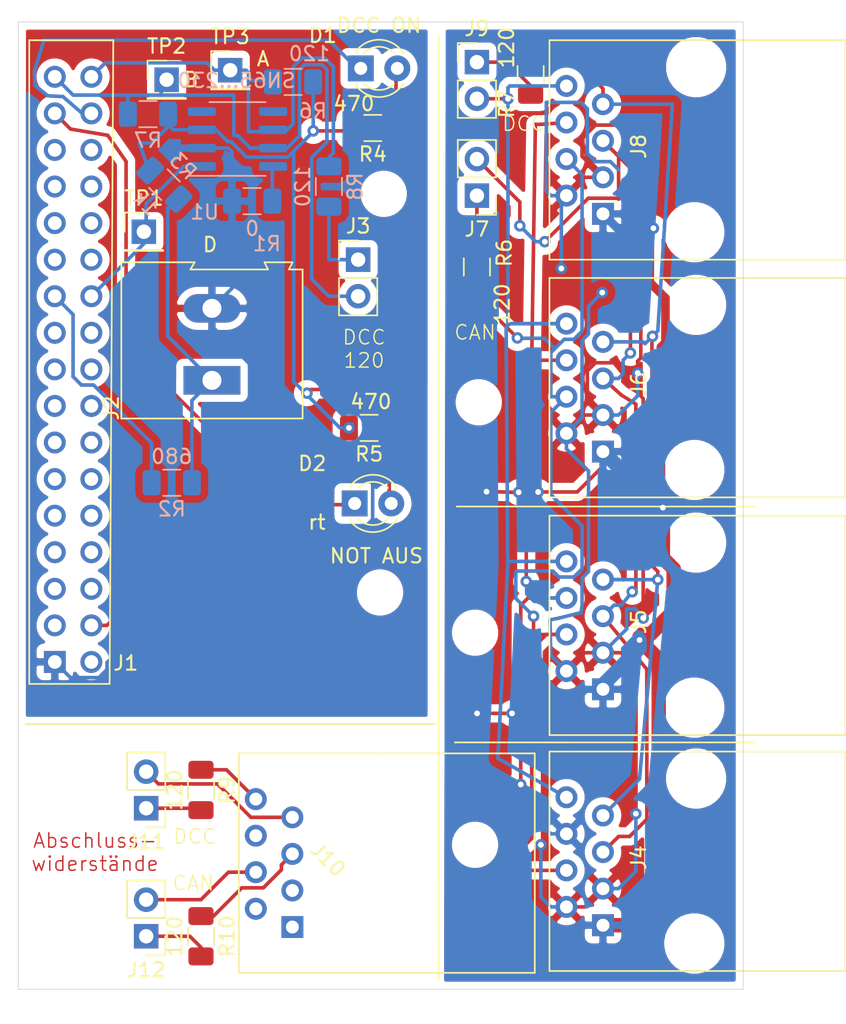
<source format=kicad_pcb>
(kicad_pcb (version 20171130) (host pcbnew 5.1.5+dfsg1-2build2)
  (layers (0 F.Cu signal) (31 B.Cu signal) (34 B.Paste user) (35 F.Paste user) (36 B.SilkS user) (37 F.SilkS user) (38 B.Mask user) (39 F.Mask user) (44 Edge.Cuts user))
  (net 0 "")
  (net 1 "Net-(D1-Pad2)")
  (net 2 PD6)
  (net 3 "Net-(D2-Pad2)")
  (net 4 PD7)
  (net 5 DCC_B)
  (net 6 "Net-(J1-Pad30)")
  (net 7 "Net-(J1-Pad28)")
  (net 8 "Net-(J1-Pad26)")
  (net 9 "Net-(J1-Pad24)")
  (net 10 Notaus)
  (net 11 DCC_A)
  (net 12 "Net-(J1-Pad29)")
  (net 13 "Net-(J1-Pad27)")
  (net 14 "Net-(J1-Pad25)")
  (net 15 "Net-(J1-Pad23)")
  (net 16 D)
  (net 17 "Net-(J1-Pad20)")
  (net 18 "Net-(J1-Pad19)")
  (net 19 "Net-(J1-Pad18)")
  (net 20 "Net-(J1-Pad17)")
  (net 21 "Net-(J1-Pad16)")
  (net 22 "Net-(J1-Pad15)")
  (net 23 "Net-(J1-Pad14)")
  (net 24 "Net-(J1-Pad13)")
  (net 25 "Net-(J1-Pad12)")
  (net 26 "Net-(J1-Pad11)")
  (net 27 "Net-(J1-Pad10)")
  (net 28 "Net-(J1-Pad9)")
  (net 29 "Net-(J1-Pad8)")
  (net 30 "Net-(J1-Pad7)")
  (net 31 "Net-(J1-Pad6)")
  (net 32 "Net-(J1-Pad5)")
  (net 33 "Net-(J1-Pad4)")
  (net 34 +3V3)
  (net 35 GND)
  (net 36 "Net-(J1-Pad1)")
  (net 37 "Net-(J2-Pad1)")
  (net 38 "Net-(R1-Pad1)")
  (net 39 "Net-(U1-Pad5)")
  (net 40 "Net-(U1-Pad4)")
  (net 41 "Net-(J3-Pad1)")
  (net 42 can_l_x)
  (net 43 can_h_x)
  (net 44 dcc_a_x)
  (net 45 dcc_b_x)
  (net 46 "Net-(J7-Pad1)")
  (net 47 "Net-(J9-Pad1)")
  (net 48 "Net-(J10-Pad1)")
  (net 49 "Net-(J10-Pad2)")
  (net 50 "Net-(J10-Pad3)")
  (net 51 "Net-(J10-Pad4)")
  (net 52 "Net-(J10-Pad5)")
  (net 53 "Net-(J10-Pad7)")
  (net 54 "Net-(J10-Pad6)")
  (net 55 "Net-(J10-Pad8)")
  (net 56 "Net-(J11-Pad1)")
  (net 57 "Net-(J12-Pad1)")
  (net 58 gnd_x)
  (net 59 +7_x)
  (module sboxnet:8p8c-mebp (layer F.Cu) (at 81.28 76.2 90)
    (fp_text reference J5 (at 0.24638 -3.87096 90) (layer F.SilkS))
    (fp_text value 8P8C)
    (pad "" np_thru_hole circle (at 5.75 0.12446 90) (size 3.17 3.17) (drill 3.17) (layers *.Cu *.Mask))
    (pad "" np_thru_hole circle (at -5.715 0 90) (size 3.17 3.17) (drill 3.17) (layers *.Cu *.Mask))
    (pad 1 thru_hole rect (at -4.44 -6.35 90) (size 1.524 1.524) (drill oval 0.9) (layers *.Cu *.Mask) (net 58 gnd_x))
    (pad 2 thru_hole circle (at -3.17 -8.89 90) (size 1.524 1.524) (drill 0.9) (layers *.Cu *.Mask) (net 59 +7_x))
    (pad 3 thru_hole circle (at -1.9 -6.35 90) (size 1.524 1.524) (drill 0.9) (layers *.Cu *.Mask) (net 59 +7_x))
    (pad 4 thru_hole circle (at -0.63 -8.89 90) (size 1.524 1.524) (drill 0.9) (layers *.Cu *.Mask) (net 42 can_l_x))
    (pad 5 thru_hole circle (at 0.64 -6.35 90) (size 1.524 1.524) (drill 0.9) (layers *.Cu *.Mask) (net 43 can_h_x))
    (pad 7 thru_hole circle (at 3.18 -6.35 90) (size 1.524 1.524) (drill 0.9) (layers *.Cu *.Mask) (net 44 dcc_a_x))
    (pad 6 thru_hole circle (at 1.905 -8.89 90) (size 1.524 1.524) (drill 0.9) (layers *.Cu *.Mask) (net 58 gnd_x))
    (pad 8 thru_hole circle (at 4.445 -8.89 90) (size 1.524 1.524) (drill 0.9) (layers *.Cu *.Mask) (net 45 dcc_b_x))
  )
  (module sboxnet:8p8c-mebp (layer F.Cu) (at 81.28 92.583 90)
    (fp_text reference J4 (at 0.24638 -3.87096 90) (layer F.SilkS))
    (fp_text value 8P8C)
    (pad "" np_thru_hole circle (at 5.75 0.12446 90) (size 3.17 3.17) (drill 3.17) (layers *.Cu *.Mask))
    (pad "" np_thru_hole circle (at -5.715 0 90) (size 3.17 3.17) (drill 3.17) (layers *.Cu *.Mask))
    (pad 1 thru_hole rect (at -4.44 -6.35 90) (size 1.524 1.524) (drill oval 0.9) (layers *.Cu *.Mask) (net 58 gnd_x))
    (pad 2 thru_hole circle (at -3.17 -8.89 90) (size 1.524 1.524) (drill 0.9) (layers *.Cu *.Mask) (net 59 +7_x))
    (pad 3 thru_hole circle (at -1.9 -6.35 90) (size 1.524 1.524) (drill 0.9) (layers *.Cu *.Mask) (net 59 +7_x))
    (pad 4 thru_hole circle (at -0.63 -8.89 90) (size 1.524 1.524) (drill 0.9) (layers *.Cu *.Mask) (net 42 can_l_x))
    (pad 5 thru_hole circle (at 0.64 -6.35 90) (size 1.524 1.524) (drill 0.9) (layers *.Cu *.Mask) (net 43 can_h_x))
    (pad 7 thru_hole circle (at 3.18 -6.35 90) (size 1.524 1.524) (drill 0.9) (layers *.Cu *.Mask) (net 44 dcc_a_x))
    (pad 6 thru_hole circle (at 1.905 -8.89 90) (size 1.524 1.524) (drill 0.9) (layers *.Cu *.Mask) (net 58 gnd_x))
    (pad 8 thru_hole circle (at 4.445 -8.89 90) (size 1.524 1.524) (drill 0.9) (layers *.Cu *.Mask) (net 45 dcc_b_x))
  )
  (module LED_THT:LED_D3.0mm (layer F.Cu) (at 58.09488 37.5158)
    (fp_text reference D1 (at -2.6416 -2.29108) (layer F.SilkS))
    (fp_text value gn)
    (pad 2 thru_hole circle (at 2.54 0) (size 1.8 1.8) (drill 0.9) (layers *.Cu *.Mask) (net 1 "Net-(D1-Pad2)"))
    (pad 1 thru_hole rect (at 0 0) (size 1.8 1.8) (drill 0.9) (layers *.Cu *.Mask) (net 2 PD6))
  )
  (module LED_THT:LED_D3.0mm (layer F.Cu) (at 57.67324 67.73164)
    (fp_text reference D2 (at -2.95148 -2.77368) (layer F.SilkS))
    (fp_text value rt (at -2.62636 1.30556) (layer F.SilkS))
    (pad 2 thru_hole circle (at 2.54 0) (size 1.8 1.8) (drill 0.9) (layers *.Cu *.Mask) (net 3 "Net-(D2-Pad2)"))
    (pad 1 thru_hole rect (at 0 0) (size 1.8 1.8) (drill 0.9) (layers *.Cu *.Mask) (net 4 PD7))
  )
  (module sboxnet:8p8c-mebp (layer F.Cu) (at 81.28 59.69 90)
    (fp_text reference J6 (at 0.24638 -3.87096 90) (layer F.SilkS))
    (fp_text value 8P8C)
    (pad "" np_thru_hole circle (at 5.75 0.12446 90) (size 3.17 3.17) (drill 3.17) (layers *.Cu *.Mask))
    (pad "" np_thru_hole circle (at -5.715 0 90) (size 3.17 3.17) (drill 3.17) (layers *.Cu *.Mask))
    (pad 1 thru_hole rect (at -4.44 -6.35 90) (size 1.524 1.524) (drill oval 0.9) (layers *.Cu *.Mask) (net 58 gnd_x))
    (pad 2 thru_hole circle (at -3.17 -8.89 90) (size 1.524 1.524) (drill 0.9) (layers *.Cu *.Mask) (net 59 +7_x))
    (pad 3 thru_hole circle (at -1.9 -6.35 90) (size 1.524 1.524) (drill 0.9) (layers *.Cu *.Mask) (net 59 +7_x))
    (pad 4 thru_hole circle (at -0.63 -8.89 90) (size 1.524 1.524) (drill 0.9) (layers *.Cu *.Mask) (net 42 can_l_x))
    (pad 5 thru_hole circle (at 0.64 -6.35 90) (size 1.524 1.524) (drill 0.9) (layers *.Cu *.Mask) (net 43 can_h_x))
    (pad 7 thru_hole circle (at 3.18 -6.35 90) (size 1.524 1.524) (drill 0.9) (layers *.Cu *.Mask) (net 44 dcc_a_x))
    (pad 6 thru_hole circle (at 1.905 -8.89 90) (size 1.524 1.524) (drill 0.9) (layers *.Cu *.Mask) (net 58 gnd_x))
    (pad 8 thru_hole circle (at 4.445 -8.89 90) (size 1.524 1.524) (drill 0.9) (layers *.Cu *.Mask) (net 45 dcc_b_x))
  )
  (module MountingHole:MountingHole_2.2mm_M2 (layer F.Cu) (at 37.846 97.536)
    (fp_text reference REF** hide)
    (fp_text value MountingHole_2.2mm_M2 hide)
    (pad 1 np_thru_hole circle (at 0 0) (size 2.2 2.2) (drill 2.2) (layers *.Cu *.Mask))
  )
  (module MountingHole:MountingHole_2.2mm_M2 (layer F.Cu) (at 37.846 86.868)
    (fp_text reference REF** hide)
    (fp_text value MountingHole_2.2mm_M2 hide)
    (pad 1 np_thru_hole circle (at 0 0) (size 2.2 2.2) (drill 2.2) (layers *.Cu *.Mask))
  )
  (module Resistor_SMD:R_1206_3216Metric (layer F.Cu) (at 46.99 97.79 270)
    (fp_text reference R10 (at 0 -1.82 90) (layer F.SilkS))
    (fp_text value 120 (at 0 1.82 90) (layer F.SilkS))
    (pad 2 smd roundrect (at 1.4 0 270) (size 1.25 1.75) (layers F.Cu F.Paste F.Mask) (roundrect_rratio 0.2) (net 57 "Net-(J12-Pad1)"))
    (pad 1 smd roundrect (at -1.4 0 270) (size 1.25 1.75) (layers F.Cu F.Paste F.Mask) (roundrect_rratio 0.2) (net 52 "Net-(J10-Pad5)"))
  )
  (module Resistor_SMD:R_1206_3216Metric (layer F.Cu) (at 46.99 87.63 270)
    (fp_text reference R9 (at 0 -1.82 90) (layer F.SilkS))
    (fp_text value 120 (at 0 1.82 90) (layer F.SilkS))
    (pad 2 smd roundrect (at 1.4 0 270) (size 1.25 1.75) (layers F.Cu F.Paste F.Mask) (roundrect_rratio 0.2) (net 56 "Net-(J11-Pad1)"))
    (pad 1 smd roundrect (at -1.4 0 270) (size 1.25 1.75) (layers F.Cu F.Paste F.Mask) (roundrect_rratio 0.2) (net 55 "Net-(J10-Pad8)"))
  )
  (module Connector_PinHeader_2.54mm:PinHeader_1x02_P2.54mm_Vertical (layer F.Cu) (at 43.18 97.79 180)
    (fp_text reference J12 (at 0 -2.33) (layer F.SilkS))
    (fp_text value Conn_01x02 hide)
    (pad 2 thru_hole oval (at 0 2.54 180) (size 1.7 1.7) (drill 1) (layers *.Cu *.Mask) (net 51 "Net-(J10-Pad4)"))
    (pad 1 thru_hole rect (at 0 0 180) (size 1.7 1.7) (drill 1) (layers *.Cu *.Mask) (net 57 "Net-(J12-Pad1)"))
  )
  (module Connector_PinHeader_2.54mm:PinHeader_1x02_P2.54mm_Vertical (layer F.Cu) (at 43.18 88.9 180)
    (fp_text reference J11 (at 0 -2.33) (layer F.SilkS))
    (fp_text value Conn_01x02 hide)
    (pad 2 thru_hole oval (at 0 2.54 180) (size 1.7 1.7) (drill 1) (layers *.Cu *.Mask) (net 53 "Net-(J10-Pad7)"))
    (pad 1 thru_hole rect (at 0 0 180) (size 1.7 1.7) (drill 1) (layers *.Cu *.Mask) (net 56 "Net-(J11-Pad1)"))
  )
  (module sboxnet:8p8c-mebp (layer F.Cu) (at 59.69 92.71 90)
    (fp_text reference J10 (at 0.24638 -3.87096 135) (layer F.SilkS))
    (fp_text value 8P8C)
    (pad "" np_thru_hole circle (at 5.75 0.12446 90) (size 3.17 3.17) (drill 3.17) (layers *.Cu *.Mask))
    (pad "" np_thru_hole circle (at -5.715 0 90) (size 3.17 3.17) (drill 3.17) (layers *.Cu *.Mask))
    (pad 1 thru_hole rect (at -4.44 -6.35 90) (size 1.524 1.524) (drill oval 0.9) (layers *.Cu *.Mask) (net 48 "Net-(J10-Pad1)"))
    (pad 2 thru_hole circle (at -3.17 -8.89 90) (size 1.524 1.524) (drill 0.9) (layers *.Cu *.Mask) (net 49 "Net-(J10-Pad2)"))
    (pad 3 thru_hole circle (at -1.9 -6.35 90) (size 1.524 1.524) (drill 0.9) (layers *.Cu *.Mask) (net 50 "Net-(J10-Pad3)"))
    (pad 4 thru_hole circle (at -0.63 -8.89 90) (size 1.524 1.524) (drill 0.9) (layers *.Cu *.Mask) (net 51 "Net-(J10-Pad4)"))
    (pad 5 thru_hole circle (at 0.64 -6.35 90) (size 1.524 1.524) (drill 0.9) (layers *.Cu *.Mask) (net 52 "Net-(J10-Pad5)"))
    (pad 7 thru_hole circle (at 3.18 -6.35 90) (size 1.524 1.524) (drill 0.9) (layers *.Cu *.Mask) (net 53 "Net-(J10-Pad7)"))
    (pad 6 thru_hole circle (at 1.905 -8.89 90) (size 1.524 1.524) (drill 0.9) (layers *.Cu *.Mask) (net 54 "Net-(J10-Pad6)"))
    (pad 8 thru_hole circle (at 4.445 -8.89 90) (size 1.524 1.524) (drill 0.9) (layers *.Cu *.Mask) (net 55 "Net-(J10-Pad8)"))
  )
  (module MountingHole:MountingHole_2.2mm_M2 (layer F.Cu) (at 66.04 91.44)
    (fp_text reference REF** hide)
    (fp_text value MountingHole_2.2mm_M2 hide)
    (pad 1 np_thru_hole circle (at 0 0) (size 2.2 2.2) (drill 2.2) (layers *.Cu *.Mask))
  )
  (module MountingHole:MountingHole_2.2mm_M2 (layer F.Cu) (at 66.04 76.708)
    (fp_text reference REF** hide)
    (fp_text value MountingHole_2.2mm_M2 hide)
    (pad 1 np_thru_hole circle (at 0 0) (size 2.2 2.2) (drill 2.2) (layers *.Cu *.Mask))
  )
  (module MountingHole:MountingHole_2.2mm_M2 (layer F.Cu) (at 66.294 60.706)
    (fp_text reference REF** hide)
    (fp_text value MountingHole_2.2mm_M2 hide)
    (pad 1 np_thru_hole circle (at 0 0) (size 2.2 2.2) (drill 2.2) (layers *.Cu *.Mask))
  )
  (module MountingHole:MountingHole_2.2mm_M2 (layer F.Cu) (at 59.436 73.914)
    (fp_text reference REF** hide)
    (fp_text value MountingHole_2.2mm_M2 hide)
    (pad 1 np_thru_hole circle (at 0 0) (size 2.2 2.2) (drill 2.2) (layers *.Cu *.Mask))
  )
  (module MountingHole:MountingHole_2.2mm_M2 (layer F.Cu) (at 59.69 46.228)
    (fp_text reference REF** hide)
    (fp_text value MountingHole_2.2mm_M2 hide)
    (pad 1 np_thru_hole circle (at 0 0) (size 2.2 2.2) (drill 2.2) (layers *.Cu *.Mask))
  )
  (module Resistor_SMD:R_1206_3216Metric (layer F.Cu) (at 69.9008 37.9476 90)
    (fp_text reference "R7  120" (at 0.13716 -1.66624 90) (layer F.SilkS))
    (fp_text value 120)
    (pad 2 smd roundrect (at 1.4 0 90) (size 1.25 1.75) (layers F.Cu F.Paste F.Mask) (roundrect_rratio 0.2) (net 44 dcc_a_x))
    (pad 1 smd roundrect (at -1.4 0 90) (size 1.25 1.75) (layers F.Cu F.Paste F.Mask) (roundrect_rratio 0.2) (net 47 "Net-(J9-Pad1)"))
  )
  (module Connector_PinHeader_2.54mm:PinHeader_1x02_P2.54mm_Vertical (layer F.Cu) (at 66.167 37.084)
    (fp_text reference J9 (at 0 -2.33) (layer F.SilkS))
    (fp_text value Conn_01x02 hide)
    (pad 2 thru_hole oval (at 0 2.54) (size 1.7 1.7) (drill 1) (layers *.Cu *.Mask) (net 45 dcc_b_x))
    (pad 1 thru_hole rect (at 0 0) (size 1.7 1.7) (drill 1) (layers *.Cu *.Mask) (net 47 "Net-(J9-Pad1)"))
  )
  (module Resistor_SMD:R_1206_3216Metric (layer B.Cu) (at 55.88 45.72 90)
    (fp_text reference R8 (at 0 1.82 270) (layer B.SilkS) (effects (justify mirror)))
    (fp_text value 120 (at 0 -1.82 270) (layer B.SilkS) (effects (justify mirror)))
    (pad 2 smd roundrect (at 1.4 0 90) (size 1.25 1.75) (layers B.Cu B.Paste B.Mask) (roundrect_rratio 0.2) (net 11 DCC_A))
    (pad 1 smd roundrect (at -1.4 0 90) (size 1.25 1.75) (layers B.Cu B.Paste B.Mask) (roundrect_rratio 0.2) (net 41 "Net-(J3-Pad1)"))
  )
  (module Resistor_SMD:R_1206_3216Metric (layer F.Cu) (at 66.167 51.308 270)
    (fp_text reference R6 (at -0.97536 -1.905 90) (layer F.SilkS))
    (fp_text value 120 (at 2.57048 -1.76276 90) (layer F.SilkS))
    (pad 2 smd roundrect (at 1.4 0 270) (size 1.25 1.75) (layers F.Cu F.Paste F.Mask) (roundrect_rratio 0.2) (net 42 can_l_x))
    (pad 1 smd roundrect (at -1.4 0 270) (size 1.25 1.75) (layers F.Cu F.Paste F.Mask) (roundrect_rratio 0.2) (net 46 "Net-(J7-Pad1)"))
  )
  (module sboxnet:8p8c-mebp (layer F.Cu) (at 81.28 43.18 90)
    (fp_text reference J8 (at 0.24638 -3.87096 90) (layer F.SilkS))
    (fp_text value 8P8C)
    (pad "" np_thru_hole circle (at 5.75 0.12446 90) (size 3.17 3.17) (drill 3.17) (layers *.Cu *.Mask))
    (pad "" np_thru_hole circle (at -5.715 0 90) (size 3.17 3.17) (drill 3.17) (layers *.Cu *.Mask))
    (pad 1 thru_hole rect (at -4.44 -6.35 90) (size 1.524 1.524) (drill oval 0.9) (layers *.Cu *.Mask) (net 58 gnd_x))
    (pad 2 thru_hole circle (at -3.17 -8.89 90) (size 1.524 1.524) (drill 0.9) (layers *.Cu *.Mask) (net 59 +7_x))
    (pad 3 thru_hole circle (at -1.9 -6.35 90) (size 1.524 1.524) (drill 0.9) (layers *.Cu *.Mask) (net 59 +7_x))
    (pad 4 thru_hole circle (at -0.63 -8.89 90) (size 1.524 1.524) (drill 0.9) (layers *.Cu *.Mask) (net 42 can_l_x))
    (pad 5 thru_hole circle (at 0.64 -6.35 90) (size 1.524 1.524) (drill 0.9) (layers *.Cu *.Mask) (net 43 can_h_x))
    (pad 7 thru_hole circle (at 3.18 -6.35 90) (size 1.524 1.524) (drill 0.9) (layers *.Cu *.Mask) (net 44 dcc_a_x))
    (pad 6 thru_hole circle (at 1.905 -8.89 90) (size 1.524 1.524) (drill 0.9) (layers *.Cu *.Mask) (net 58 gnd_x))
    (pad 8 thru_hole circle (at 4.445 -8.89 90) (size 1.524 1.524) (drill 0.9) (layers *.Cu *.Mask) (net 45 dcc_b_x))
  )
  (module Connector_PinHeader_2.54mm:PinHeader_1x02_P2.54mm_Vertical (layer F.Cu) (at 66.167 46.355 180)
    (fp_text reference J7 (at 0 -2.33) (layer F.SilkS))
    (fp_text value Conn_01x02 hide)
    (pad 2 thru_hole oval (at 0 2.54 180) (size 1.7 1.7) (drill 1) (layers *.Cu *.Mask) (net 43 can_h_x))
    (pad 1 thru_hole rect (at 0 0 180) (size 1.7 1.7) (drill 1) (layers *.Cu *.Mask) (net 46 "Net-(J7-Pad1)"))
  )
  (module Connector_PinHeader_2.54mm:PinHeader_1x02_P2.54mm_Vertical (layer F.Cu) (at 57.912 50.8)
    (fp_text reference J3 (at 0 -2.33) (layer F.SilkS))
    (fp_text value Conn_01x02)
    (pad 2 thru_hole oval (at 0 2.54) (size 1.7 1.7) (drill 1) (layers *.Cu *.Mask) (net 5 DCC_B))
    (pad 1 thru_hole rect (at 0 0) (size 1.7 1.7) (drill 1) (layers *.Cu *.Mask) (net 41 "Net-(J3-Pad1)"))
  )
  (module sboxnet:sboxnet-stecker-2x17 (layer F.Cu) (at 39.37 81.28 180)
    (fp_text reference J1 (at -2.39 2.46) (layer F.SilkS))
    (fp_text value sboxnet-stecker_02x17 hide)
    (pad 34 thru_hole circle (at 2.54 43.18 180) (size 1.524 1.524) (drill 0.95) (layers *.Cu *.Mask) (net 5 DCC_B))
    (pad 32 thru_hole circle (at 2.54 40.64 180) (size 1.524 1.524) (drill 0.95) (layers *.Cu *.Mask) (net 4 PD7))
    (pad 30 thru_hole circle (at 2.54 38.1 180) (size 1.524 1.524) (drill 0.95) (layers *.Cu *.Mask) (net 6 "Net-(J1-Pad30)"))
    (pad 28 thru_hole circle (at 2.54 35.56 180) (size 1.524 1.524) (drill 0.95) (layers *.Cu *.Mask) (net 7 "Net-(J1-Pad28)"))
    (pad 26 thru_hole circle (at 2.54 33.02 180) (size 1.524 1.524) (drill 0.95) (layers *.Cu *.Mask) (net 8 "Net-(J1-Pad26)"))
    (pad 24 thru_hole circle (at 2.54 30.48 180) (size 1.524 1.524) (drill 0.95) (layers *.Cu *.Mask) (net 9 "Net-(J1-Pad24)"))
    (pad 22 thru_hole circle (at 2.54 27.94 180) (size 1.524 1.524) (drill 0.95) (layers *.Cu *.Mask) (net 10 Notaus))
    (pad 33 thru_hole circle (at 0 43.18 180) (size 1.524 1.524) (drill 0.95) (layers *.Cu *.Mask) (net 11 DCC_A))
    (pad 31 thru_hole circle (at 0 40.64 180) (size 1.524 1.524) (drill 0.95) (layers *.Cu *.Mask) (net 2 PD6))
    (pad 29 thru_hole circle (at 0 38.1 180) (size 1.524 1.524) (drill 0.95) (layers *.Cu *.Mask) (net 12 "Net-(J1-Pad29)"))
    (pad 27 thru_hole circle (at 0 35.56 180) (size 1.524 1.524) (drill 0.95) (layers *.Cu *.Mask) (net 13 "Net-(J1-Pad27)"))
    (pad 25 thru_hole circle (at 0 33.02 180) (size 1.524 1.524) (drill 0.95) (layers *.Cu *.Mask) (net 14 "Net-(J1-Pad25)"))
    (pad 23 thru_hole circle (at 0 30.48 180) (size 1.524 1.524) (drill 0.95) (layers *.Cu *.Mask) (net 15 "Net-(J1-Pad23)"))
    (pad 21 thru_hole circle (at 0 27.94 180) (size 1.524 1.524) (drill 0.95) (layers *.Cu *.Mask) (net 16 D))
    (pad 20 thru_hole circle (at 2.54 25.4 180) (size 1.524 1.524) (drill 0.95) (layers *.Cu *.Mask) (net 17 "Net-(J1-Pad20)"))
    (pad 19 thru_hole circle (at 0 25.4 180) (size 1.524 1.524) (drill 0.95) (layers *.Cu *.Mask) (net 18 "Net-(J1-Pad19)"))
    (pad 18 thru_hole circle (at 2.54 22.86 180) (size 1.524 1.524) (drill 0.95) (layers *.Cu *.Mask) (net 19 "Net-(J1-Pad18)"))
    (pad 17 thru_hole circle (at 0 22.86 180) (size 1.524 1.524) (drill 0.95) (layers *.Cu *.Mask) (net 20 "Net-(J1-Pad17)"))
    (pad 16 thru_hole circle (at 2.54 20.32 180) (size 1.524 1.524) (drill 0.95) (layers *.Cu *.Mask) (net 21 "Net-(J1-Pad16)"))
    (pad 15 thru_hole circle (at 0 20.32 180) (size 1.524 1.524) (drill 0.95) (layers *.Cu *.Mask) (net 22 "Net-(J1-Pad15)"))
    (pad 14 thru_hole circle (at 2.54 17.78 180) (size 1.524 1.524) (drill 0.95) (layers *.Cu *.Mask) (net 23 "Net-(J1-Pad14)"))
    (pad 13 thru_hole circle (at 0 17.78 180) (size 1.524 1.524) (drill 0.95) (layers *.Cu *.Mask) (net 24 "Net-(J1-Pad13)"))
    (pad 12 thru_hole circle (at 2.54 15.24 180) (size 1.524 1.524) (drill 0.95) (layers *.Cu *.Mask) (net 25 "Net-(J1-Pad12)"))
    (pad 11 thru_hole circle (at 0 15.24 180) (size 1.524 1.524) (drill 0.95) (layers *.Cu *.Mask) (net 26 "Net-(J1-Pad11)"))
    (pad 10 thru_hole circle (at 2.54 12.7 180) (size 1.524 1.524) (drill 0.95) (layers *.Cu *.Mask) (net 27 "Net-(J1-Pad10)"))
    (pad 9 thru_hole circle (at 0 12.7 180) (size 1.524 1.524) (drill 0.95) (layers *.Cu *.Mask) (net 28 "Net-(J1-Pad9)"))
    (pad 8 thru_hole circle (at 2.54 10.16 180) (size 1.524 1.524) (drill 0.95) (layers *.Cu *.Mask) (net 29 "Net-(J1-Pad8)"))
    (pad 7 thru_hole circle (at 0 10.16 180) (size 1.524 1.524) (drill 0.95) (layers *.Cu *.Mask) (net 30 "Net-(J1-Pad7)"))
    (pad 6 thru_hole circle (at 2.54 7.62 180) (size 1.524 1.524) (drill 0.95) (layers *.Cu *.Mask) (net 31 "Net-(J1-Pad6)"))
    (pad 5 thru_hole circle (at 0 7.62 180) (size 1.524 1.524) (drill 0.95) (layers *.Cu *.Mask) (net 32 "Net-(J1-Pad5)"))
    (pad 4 thru_hole circle (at 2.54 5.08 180) (size 1.524 1.524) (drill 0.95) (layers *.Cu *.Mask) (net 33 "Net-(J1-Pad4)"))
    (pad 3 thru_hole circle (at 0 5.08 180) (size 1.524 1.524) (drill 0.95) (layers *.Cu *.Mask) (net 34 +3V3))
    (pad 2 thru_hole rect (at 2.54 2.54 180) (size 1.524 1.524) (drill 0.95) (layers *.Cu *.Mask) (net 35 GND))
    (pad 1 thru_hole circle (at 0 2.54 180) (size 1.524 1.524) (drill 0.95) (layers *.Cu *.Mask) (net 36 "Net-(J1-Pad1)"))
  )
  (module Connector_PinHeader_2.54mm:PinHeader_1x01_P2.54mm_Vertical (layer F.Cu) (at 49.022 37.6428)
    (fp_text reference TP3 (at 0 -2.33) (layer F.SilkS))
    (fp_text value TestPoint)
    (pad 1 thru_hole rect (at 0 0) (size 1.7 1.7) (drill 1) (layers *.Cu *.Mask) (net 11 DCC_A))
  )
  (module Connector_PinHeader_2.54mm:PinHeader_1x01_P2.54mm_Vertical (layer F.Cu) (at 44.6024 38.3032)
    (fp_text reference TP2 (at 0 -2.33) (layer F.SilkS))
    (fp_text value TestPoint)
    (pad 1 thru_hole rect (at 0 0) (size 1.7 1.7) (drill 1) (layers *.Cu *.Mask) (net 5 DCC_B))
  )
  (module Connector_PinHeader_2.54mm:PinHeader_1x01_P2.54mm_Vertical (layer F.Cu) (at 43.02 48.86)
    (fp_text reference TP1 (at 0 -2.33) (layer F.SilkS))
    (fp_text value TestPoint)
    (pad 1 thru_hole rect (at 0 0) (size 1.7 1.7) (drill 1) (layers *.Cu *.Mask) (net 16 D))
  )
  (module Resistor_SMD:R_1206_3216Metric (layer B.Cu) (at 43.304 40.6908)
    (fp_text reference R7 (at 0 1.82) (layer B.SilkS) (effects (justify mirror)))
    (fp_text value 120)
    (pad 2 smd roundrect (at 1.4 0) (size 1.25 1.75) (layers B.Cu B.Paste B.Mask) (roundrect_rratio 0.2) (net 34 +3V3))
    (pad 1 smd roundrect (at -1.4 0) (size 1.25 1.75) (layers B.Cu B.Paste B.Mask) (roundrect_rratio 0.2) (net 5 DCC_B))
  )
  (module Resistor_SMD:R_1206_3216Metric (layer B.Cu) (at 53.3908 38.4556)
    (fp_text reference R6 (at 1.37668 2.01168) (layer B.SilkS) (effects (justify mirror)))
    (fp_text value 120 (at 1.12776 -1.9558) (layer B.SilkS) (effects (justify mirror)))
    (pad 1 smd roundrect (at -1.4 0) (size 1.25 1.75) (layers B.Cu B.Paste B.Mask) (roundrect_rratio 0.2) (net 11 DCC_A))
    (pad 2 smd roundrect (at 1.4 0) (size 1.25 1.75) (layers B.Cu B.Paste B.Mask) (roundrect_rratio 0.2) (net 34 +3V3))
  )
  (module Resistor_SMD:R_1206_3216Metric (layer F.Cu) (at 58.928 41.656 180)
    (fp_text reference R4 (at 0 -1.82) (layer F.SilkS))
    (fp_text value 470 (at 1.31064 1.68656) (layer F.SilkS))
    (pad 2 smd roundrect (at 1.4 0 180) (size 1.25 1.75) (layers F.Cu F.Paste F.Mask) (roundrect_rratio 0.2) (net 34 +3V3))
    (pad 1 smd roundrect (at -1.4 0 180) (size 1.25 1.75) (layers F.Cu F.Paste F.Mask) (roundrect_rratio 0.2) (net 1 "Net-(D1-Pad2)"))
  )
  (module Package_SO:SOIC-8_3.9x4.9mm_P1.27mm (layer B.Cu) (at 49.53 42.418)
    (fp_text reference U1 (at -2.286 5.08) (layer B.SilkS) (effects (justify mirror)))
    (fp_text value SN65...230 (at -0.07112 -4.05892) (layer B.SilkS) (effects (justify mirror)))
    (pad 1 smd roundrect (at -2.475 1.905) (size 1.95 0.6) (layers B.Cu B.Paste B.Mask) (net 16 D))
    (pad 2 smd roundrect (at -2.475 0.635) (size 1.95 0.6) (layers B.Cu B.Paste B.Mask) (net 35 GND))
    (pad 3 smd roundrect (at -2.475 -0.635) (size 1.95 0.6) (layers B.Cu B.Paste B.Mask) (net 34 +3V3))
    (pad 4 smd roundrect (at -2.475 -1.905) (size 1.95 0.6) (layers B.Cu B.Paste B.Mask) (net 40 "Net-(U1-Pad4)"))
    (pad 5 smd roundrect (at 2.475 -1.905) (size 1.95 0.6) (layers B.Cu B.Paste B.Mask) (net 39 "Net-(U1-Pad5)"))
    (pad 6 smd roundrect (at 2.475 -0.635) (size 1.95 0.6) (layers B.Cu B.Paste B.Mask) (net 11 DCC_A))
    (pad 7 smd roundrect (at 2.475 0.635) (size 1.95 0.6) (layers B.Cu B.Paste B.Mask) (net 5 DCC_B))
    (pad 8 smd roundrect (at 2.475 1.905) (size 1.95 0.6) (layers B.Cu B.Paste B.Mask) (net 38 "Net-(R1-Pad1)"))
  )
  (module TerminalBlock:TerminalBlock_Altech_AK300-2_P5.00mm (layer F.Cu) (at 47.752 59.182 90)
    (fp_text reference J2 (at -1.92 -6.99 90) (layer F.SilkS))
    (fp_text value Screw_Terminal_01x02 hide)
    (pad 2 thru_hole oval (at 5 0 90) (size 1.98 3.96) (drill 1.32) (layers *.Cu *.Mask) (net 35 GND))
    (pad 1 thru_hole rect (at 0 0 90) (size 1.98 3.96) (drill 1.32) (layers *.Cu *.Mask) (net 37 "Net-(J2-Pad1)"))
  )
  (module Resistor_SMD:R_1206_3216Metric (layer B.Cu) (at 50.546 46.736 180)
    (fp_text reference R1 (at -1.02108 -2.96164) (layer B.SilkS) (effects (justify mirror)))
    (fp_text value 0 (at 0 -1.905) (layer B.SilkS) (effects (justify mirror)))
    (pad 2 smd roundrect (at 1.4 0 180) (size 1.25 1.75) (layers B.Cu B.Paste B.Mask) (roundrect_rratio 0.2) (net 35 GND))
    (pad 1 smd roundrect (at -1.4 0 180) (size 1.25 1.75) (layers B.Cu B.Paste B.Mask) (roundrect_rratio 0.2) (net 38 "Net-(R1-Pad1)"))
  )
  (module Resistor_SMD:R_1206_3216Metric (layer F.Cu) (at 58.674 62.484 180)
    (fp_text reference R5 (at 0 -1.82) (layer F.SilkS))
    (fp_text value 470 (at -0.127 1.82) (layer F.SilkS))
    (pad 2 smd roundrect (at 1.4 0 180) (size 1.25 1.75) (layers F.Cu F.Paste F.Mask) (roundrect_rratio 0.2) (net 34 +3V3))
    (pad 1 smd roundrect (at -1.4 0 180) (size 1.25 1.75) (layers F.Cu F.Paste F.Mask) (roundrect_rratio 0.2) (net 3 "Net-(D2-Pad2)"))
  )
  (module Resistor_SMD:R_1206_3216Metric (layer B.Cu) (at 44.450651 45.593651 135)
    (fp_text reference R3 (at 0 1.82 135) (layer B.SilkS) (effects (justify mirror)))
    (fp_text value 1k (at 0 -1.82 135) (layer B.SilkS) (effects (justify mirror)))
    (pad 2 smd roundrect (at 1.4 0 135) (size 1.25 1.75) (layers B.Cu B.Paste B.Mask) (roundrect_rratio 0.2) (net 34 +3V3))
    (pad 1 smd roundrect (at -1.4 0 135) (size 1.25 1.75) (layers B.Cu B.Paste B.Mask) (roundrect_rratio 0.2) (net 37 "Net-(J2-Pad1)"))
  )
  (module Resistor_SMD:R_1206_3216Metric (layer B.Cu) (at 44.958 66.294)
    (fp_text reference R2 (at 0 1.82) (layer B.SilkS) (effects (justify mirror)))
    (fp_text value 680 (at 0 -1.82) (layer B.SilkS) (effects (justify mirror)))
    (pad 2 smd roundrect (at 1.4 0) (size 1.25 1.75) (layers B.Cu B.Paste B.Mask) (roundrect_rratio 0.2) (net 37 "Net-(J2-Pad1)"))
    (pad 1 smd roundrect (at -1.4 0) (size 1.25 1.75) (layers B.Cu B.Paste B.Mask) (roundrect_rratio 0.2) (net 10 Notaus))
  )
  (gr_text DCC (at 46.5582 90.86596) (layer F.SilkS) (effects (font (size 1 1) (thickness 0.1))))
  (gr_text CAN (at 46.4566 94.10192) (layer F.SilkS) (effects (font (size 1 1) (thickness 0.1))))
  (gr_text DCC (at 69.4182 41.35628) (layer F.SilkS) (effects (font (size 1 1) (thickness 0.1))))
  (gr_text CAN (at 66.04 55.8546) (layer F.SilkS) (effects (font (size 1 1) (thickness 0.1))))
  (gr_text "DCC\n120" (at 58.32348 56.9976) (layer F.SilkS) (effects (font (size 1 1) (thickness 0.1))))
  (gr_line (start 84.67852 101.473) (end 84.6836 100.9904) (layer Edge.Cuts) (width 0.05))
  (gr_line (start 84.1248 101.473) (end 84.67852 101.473) (layer Edge.Cuts) (width 0.05))
  (gr_text "sboxnet\nVerteiler" (at 81.41716 92.79636 90) (layer F.Cu) (effects (font (size 1 1) (thickness 0.1))))
  (gr_line (start 63.5 50.546) (end 63.5 35.306) (layer F.SilkS) (width 0.12))
  (gr_line (start 63.5 83.82) (end 63.5 50.546) (layer F.SilkS) (width 0.12))
  (gr_line (start 63.5 83.82) (end 63.5 100.838) (layer F.SilkS) (width 0.12))
  (gr_line (start 34.798 83.058) (end 63.246 83.058) (layer F.SilkS) (width 0.12))
  (gr_text "Abschluss-\nwiderstände" (at 39.624 91.948) (layer F.Cu) (effects (font (size 1 1) (thickness 0.1))))
  (gr_line (start 71.247 67.945) (end 85.471 67.945) (layer F.SilkS) (width 0.12))
  (gr_line (start 71.247 67.945) (end 64.77 67.945) (layer F.SilkS) (width 0.12))
  (gr_line (start 64.643 84.328) (end 85.471 84.328) (layer F.SilkS) (width 0.12))
  (gr_line (start 72.644 84.328) (end 64.643 84.328) (layer F.SilkS) (width 0.12))
  (gr_line (start 34.29 101.473) (end 34.29 81.28) (layer Edge.Cuts) (width 0.05))
  (gr_line (start 50.292 101.473) (end 34.29 101.473) (layer Edge.Cuts) (width 0.05))
  (gr_line (start 65.278 101.473) (end 50.292 101.473) (layer Edge.Cuts) (width 0.05))
  (gr_line (start 84.1248 101.473) (end 65.278 101.473) (layer Edge.Cuts) (width 0.05))
  (gr_line (start 84.6836 34.29) (end 84.6836 100.9904) (layer Edge.Cuts) (width 0.05))
  (gr_line (start 77.724 34.29) (end 84.6836 34.29) (layer Edge.Cuts) (width 0.05))
  (gr_line (start 69.342 34.29) (end 77.724 34.29) (layer Edge.Cuts) (width 0.05))
  (gr_line (start 62.2808 34.29) (end 69.342 34.29) (layer Edge.Cuts) (width 0.05))
  (gr_text D (at 47.62 49.76) (layer F.SilkS) (effects (font (size 1 1))))
  (gr_text A (at 51.308 36.8554) (layer F.SilkS) (effects (font (size 1 1))))
  (gr_text B (at 46.3042 38.3032) (layer F.SilkS) (effects (font (size 1 1))))
  (gr_text "NOT AUS" (at 59.182 71.374) (layer F.SilkS) (effects (font (size 1 1))))
  (gr_text "DCC ON" (at 59.36488 34.52876) (layer F.SilkS) (effects (font (size 1 1))))
  (gr_text "(c) 20.10.2020\nThomas Maier\ntom@tom.ist-im-web.de" (at 51.816 78.994) (layer F.Cu) (effects (font (size 1 1))))
  (gr_text "sboxnet DCCGEN" (at 51.054 75.438) (layer F.Cu) (effects (font (size 1 1))))
  (gr_line (start 34.29 81.28) (end 34.29 34.29) (layer Edge.Cuts) (width 0.05))
  (gr_line (start 34.29 34.29) (end 62.2808 34.29) (layer Edge.Cuts) (width 0.05))
  (segment (start 60.5425 41.4415) (end 60.328 41.656) (width 0.25) (layer F.Cu) (net 1))
  (segment (start 60.5425 37.592) (end 60.5425 41.4415) (width 0.25) (layer F.Cu) (net 1))
  (segment (start 38.73359 40.64) (end 39.37 40.64) (width 0.25) (layer B.Cu) (net 2))
  (segment (start 37.3888 39.4716) (end 38.73359 40.64) (width 0.25) (layer B.Cu) (net 2))
  (segment (start 35.4584 38.7096) (end 36.3474 39.4208) (width 0.25) (layer B.Cu) (net 2))
  (segment (start 36.3474 39.4208) (end 37.3888 39.4716) (width 0.25) (layer B.Cu) (net 2))
  (segment (start 35.4076 37.7444) (end 35.4584 38.7096) (width 0.25) (layer B.Cu) (net 2))
  (segment (start 36.068 35.56) (end 35.4076 37.7444) (width 0.25) (layer B.Cu) (net 2))
  (segment (start 55.88 35.56) (end 36.068 35.56) (width 0.25) (layer B.Cu) (net 2))
  (segment (start 57.658 37.338) (end 57.658 37.338) (width 0.25) (layer B.Cu) (net 2))
  (segment (start 57.658 37.338) (end 55.88 35.56) (width 0.25) (layer B.Cu) (net 2))
  (segment (start 60.074 67.6035) (end 60.2885 67.818) (width 0.25) (layer F.Cu) (net 3))
  (segment (start 60.074 62.484) (end 60.074 67.6035) (width 0.25) (layer F.Cu) (net 3))
  (segment (start 37.591999 41.401999) (end 36.83 40.64) (width 0.25) (layer F.Cu) (net 4))
  (segment (start 41.783 43.984238) (end 40.513 42.164) (width 0.25) (layer F.Cu) (net 4))
  (segment (start 41.783 56.768002) (end 41.783 43.984238) (width 0.25) (layer F.Cu) (net 4))
  (segment (start 40.513 42.164) (end 37.917001 41.727001) (width 0.25) (layer F.Cu) (net 4))
  (segment (start 52.832998 67.818) (end 41.783 56.768002) (width 0.25) (layer F.Cu) (net 4))
  (segment (start 37.917001 41.727001) (end 37.591999 41.401999) (width 0.25) (layer F.Cu) (net 4))
  (segment (start 57.3135 67.818) (end 52.832998 67.818) (width 0.25) (layer F.Cu) (net 4))
  (segment (start 49.53 42.164) (end 50.419 43.053) (width 0.25) (layer B.Cu) (net 5))
  (segment (start 49.276 42.164) (end 49.53 42.164) (width 0.25) (layer B.Cu) (net 5))
  (segment (start 49.276 39.37) (end 49.276 42.164) (width 0.25) (layer B.Cu) (net 5))
  (segment (start 36.83 38.1) (end 38.1 39.37) (width 0.25) (layer B.Cu) (net 5))
  (segment (start 50.419 43.053) (end 52.005 43.053) (width 0.25) (layer B.Cu) (net 5))
  (segment (start 41.904 40.6908) (end 41.904 39.5284) (width 0.25) (layer B.Cu) (net 5))
  (segment (start 38.1 39.37) (end 42.0624 39.37) (width 0.25) (layer B.Cu) (net 5))
  (segment (start 41.904 39.5284) (end 42.0624 39.37) (width 0.25) (layer B.Cu) (net 5))
  (segment (start 44.35559 38.55001) (end 44.6024 38.55001) (width 0.25) (layer B.Cu) (net 5))
  (segment (start 44.2214 38.6842) (end 44.35559 38.55001) (width 0.25) (layer B.Cu) (net 5))
  (segment (start 44.2214 39.37) (end 44.2214 38.6842) (width 0.25) (layer B.Cu) (net 5))
  (segment (start 44.2214 39.37) (end 49.276 39.37) (width 0.25) (layer B.Cu) (net 5))
  (segment (start 42.0624 39.37) (end 44.2214 39.37) (width 0.25) (layer B.Cu) (net 5))
  (segment (start 54.67999 52.13999) (end 55.88 53.34) (width 0.25) (layer B.Cu) (net 5))
  (segment (start 55.88 53.34) (end 57.912 53.34) (width 0.25) (layer B.Cu) (net 5))
  (segment (start 54.67999 43.70682) (end 54.67999 52.13999) (width 0.25) (layer B.Cu) (net 5))
  (segment (start 55.74081 42.646) (end 54.67999 43.70682) (width 0.25) (layer B.Cu) (net 5))
  (segment (start 55.74081 37.59242) (end 55.74081 42.646) (width 0.25) (layer B.Cu) (net 5))
  (segment (start 55.40398 37.25559) (end 55.74081 37.59242) (width 0.25) (layer B.Cu) (net 5))
  (segment (start 54.17762 37.25559) (end 55.40398 37.25559) (width 0.25) (layer B.Cu) (net 5))
  (segment (start 53.84079 42.19221) (end 53.84079 37.59242) (width 0.25) (layer B.Cu) (net 5))
  (segment (start 53.84079 37.59242) (end 54.17762 37.25559) (width 0.25) (layer B.Cu) (net 5))
  (segment (start 52.98 43.053) (end 53.84079 42.19221) (width 0.25) (layer B.Cu) (net 5))
  (segment (start 52.005 43.053) (end 52.98 43.053) (width 0.25) (layer B.Cu) (net 5))
  (segment (start 38.1 54.61) (end 36.83 53.34) (width 0.25) (layer B.Cu) (net 10))
  (segment (start 38.679001 59.507001) (end 38.1 58.928) (width 0.25) (layer B.Cu) (net 10))
  (segment (start 43.558 63.539238) (end 39.525763 59.507001) (width 0.25) (layer B.Cu) (net 10))
  (segment (start 38.1 58.928) (end 38.1 54.61) (width 0.25) (layer B.Cu) (net 10))
  (segment (start 39.525763 59.507001) (end 38.679001 59.507001) (width 0.25) (layer B.Cu) (net 10))
  (segment (start 43.558 66.294) (end 43.558 63.539238) (width 0.25) (layer B.Cu) (net 10))
  (segment (start 50.292 38.354) (end 50.292 41.91) (width 0.25) (layer B.Cu) (net 11))
  (segment (start 51.878 41.91) (end 52.005 41.783) (width 0.25) (layer B.Cu) (net 11))
  (segment (start 50.292 41.91) (end 51.878 41.91) (width 0.25) (layer B.Cu) (net 11))
  (segment (start 51.8892 38.354) (end 51.9908 38.4556) (width 0.25) (layer B.Cu) (net 11))
  (segment (start 50.292 38.354) (end 51.8892 38.354) (width 0.25) (layer B.Cu) (net 11))
  (segment (start 55.88 43.695) (end 55.88 44.32) (width 0.25) (layer B.Cu) (net 11))
  (segment (start 56.19082 37.40602) (end 56.19082 43.38418) (width 0.25) (layer B.Cu) (net 11))
  (segment (start 55.590381 36.805581) (end 56.19082 37.40602) (width 0.25) (layer B.Cu) (net 11))
  (segment (start 56.19082 43.38418) (end 55.88 43.695) (width 0.25) (layer B.Cu) (net 11))
  (segment (start 53.99122 36.80558) (end 55.590381 36.805581) (width 0.25) (layer B.Cu) (net 11))
  (segment (start 53.390781 37.406019) (end 53.99122 36.80558) (width 0.25) (layer B.Cu) (net 11))
  (segment (start 53.39078 41.37222) (end 53.390781 37.406019) (width 0.25) (layer B.Cu) (net 11))
  (segment (start 52.98 41.783) (end 53.39078 41.37222) (width 0.25) (layer B.Cu) (net 11))
  (segment (start 52.005 41.783) (end 52.98 41.783) (width 0.25) (layer B.Cu) (net 11))
  (segment (start 50.122 37.6428) (end 49.022 37.6428) (width 0.25) (layer B.Cu) (net 11))
  (segment (start 50.292 37.8128) (end 50.122 37.6428) (width 0.25) (layer B.Cu) (net 11))
  (segment (start 50.292 38.354) (end 50.292 37.8128) (width 0.25) (layer B.Cu) (net 11))
  (segment (start 40.131999 37.338001) (end 39.37 38.1) (width 0.25) (layer B.Cu) (net 11))
  (segment (start 47.407399 37.128199) (end 40.341801 37.128199) (width 0.25) (layer B.Cu) (net 11))
  (segment (start 47.922 37.6428) (end 47.407399 37.128199) (width 0.25) (layer B.Cu) (net 11))
  (segment (start 40.341801 37.128199) (end 40.131999 37.338001) (width 0.25) (layer B.Cu) (net 11))
  (segment (start 49.022 37.6428) (end 47.922 37.6428) (width 0.25) (layer B.Cu) (net 11))
  (segment (start 39.37 53.34) (end 43.18 49.53) (width 0.25) (layer B.Cu) (net 16))
  (segment (start 43.18 46.928) (end 45.785 44.323) (width 0.25) (layer B.Cu) (net 16))
  (segment (start 43.18 49.53) (end 43.18 46.928) (width 0.25) (layer B.Cu) (net 16))
  (segment (start 45.785 44.323) (end 47.055 44.323) (width 0.25) (layer B.Cu) (net 16))
  (segment (start 45.785 41.783) (end 47.055 41.783) (width 0.25) (layer B.Cu) (net 34))
  (segment (start 57.528 62.23) (end 57.274 62.484) (width 0.25) (layer B.Cu) (net 34))
  (segment (start 44.704 40.6908) (end 44.704 41.402) (width 0.25) (layer B.Cu) (net 34))
  (segment (start 44.704 41.402) (end 45.085 41.783) (width 0.25) (layer B.Cu) (net 34))
  (segment (start 45.085 41.783) (end 45.785 41.783) (width 0.25) (layer B.Cu) (net 34))
  (segment (start 43.4086 44.704) (end 42.698051 42.698051) (width 0.25) (layer B.Cu) (net 34))
  (segment (start 54.7908 41.913968) (end 54.7908 41.8562) (width 0.25) (layer B.Cu) (net 34))
  (segment (start 50.15642 43.67801) (end 53.026758 43.67801) (width 0.25) (layer B.Cu) (net 34))
  (segment (start 49.081401 42.602991) (end 50.15642 43.67801) (width 0.25) (layer B.Cu) (net 34))
  (segment (start 48.849991 42.602991) (end 49.081401 42.602991) (width 0.25) (layer B.Cu) (net 34))
  (segment (start 54.7908 39.3306) (end 54.7908 38.4556) (width 0.25) (layer B.Cu) (net 34))
  (segment (start 48.03 41.783) (end 48.849991 42.602991) (width 0.25) (layer B.Cu) (net 34))
  (segment (start 47.055 41.783) (end 48.03 41.783) (width 0.25) (layer B.Cu) (net 34))
  (segment (start 56.649 62.484) (end 57.274 62.484) (width 0.25) (layer B.Cu) (net 34))
  (segment (start 53.432384 59.267384) (end 56.649 62.484) (width 0.25) (layer B.Cu) (net 34))
  (segment (start 53.432384 43.272384) (end 53.432384 59.267384) (width 0.25) (layer B.Cu) (net 34))
  (segment (start 53.026758 43.67801) (end 53.432384 43.272384) (width 0.25) (layer B.Cu) (net 34))
  (segment (start 53.432384 43.272384) (end 54.7908 41.913968) (width 0.25) (layer B.Cu) (net 34))
  (segment (start 57.274 62.484) (end 57.274 62.484) (width 0.25) (layer B.Cu) (net 34))
  (via (at 57.274 62.484) (size 0.8) (drill 0.4) (layers F.Cu B.Cu) (net 34))
  (segment (start 54.7908 41.8562) (end 54.7908 39.3306) (width 0.25) (layer B.Cu) (net 34))
  (via (at 54.7908 41.8562) (size 0.8) (drill 0.4) (layers F.Cu B.Cu) (net 34))
  (segment (start 57.3278 41.8562) (end 57.528 41.656) (width 0.25) (layer F.Cu) (net 34))
  (segment (start 54.7908 41.8562) (end 57.3278 41.8562) (width 0.25) (layer F.Cu) (net 34))
  (segment (start 44.704 41.5658) (end 44.704 40.6908) (width 0.25) (layer B.Cu) (net 34))
  (segment (start 43.571749 42.698051) (end 44.704 41.5658) (width 0.25) (layer B.Cu) (net 34))
  (segment (start 42.698051 42.698051) (end 43.571749 42.698051) (width 0.25) (layer B.Cu) (net 34))
  (segment (start 40.44763 76.2) (end 45.52763 71.12) (width 0.25) (layer F.Cu) (net 34))
  (segment (start 39.37 76.2) (end 40.44763 76.2) (width 0.25) (layer F.Cu) (net 34))
  (segment (start 45.52763 71.12) (end 62.611 71.12) (width 0.25) (layer F.Cu) (net 34))
  (segment (start 62.611 71.12) (end 62.611 60.579) (width 0.25) (layer F.Cu) (net 34))
  (segment (start 62.611 60.579) (end 61.849 59.817) (width 0.25) (layer F.Cu) (net 34))
  (segment (start 61.849 59.817) (end 54.61 59.817) (width 0.25) (layer F.Cu) (net 34))
  (segment (start 54.61 59.817) (end 54.356 60.071) (width 0.25) (layer F.Cu) (net 34))
  (segment (start 54.356 60.071) (end 54.356 60.071) (width 0.25) (layer F.Cu) (net 34))
  (via (at 54.356 60.071) (size 0.8) (drill 0.4) (layers F.Cu B.Cu) (net 34))
  (segment (start 48.66802 53.928) (end 48.50401 54.09201) (width 0.25) (layer B.Cu) (net 35))
  (segment (start 47.055 43.053) (end 48.895 43.053) (width 0.25) (layer B.Cu) (net 35))
  (segment (start 49.146 43.304) (end 49.146 46.736) (width 0.25) (layer B.Cu) (net 35))
  (segment (start 48.895 43.053) (end 49.146 43.304) (width 0.25) (layer B.Cu) (net 35))
  (segment (start 49.146 52.788) (end 47.752 54.182) (width 0.25) (layer B.Cu) (net 35))
  (segment (start 49.146 46.736) (end 49.146 52.788) (width 0.25) (layer B.Cu) (net 35))
  (segment (start 58.92292 65.62748) (end 58.92292 68.86448) (width 0.25) (layer B.Cu) (net 35))
  (segment (start 58.818001 65.576999) (end 58.883001 65.641999) (width 0.25) (layer B.Cu) (net 35))
  (segment (start 57.906999 65.576999) (end 58.818001 65.576999) (width 0.25) (layer B.Cu) (net 35))
  (segment (start 47.752 54.182) (end 47.752 55.422) (width 0.25) (layer B.Cu) (net 35))
  (segment (start 47.752 55.422) (end 57.906999 65.576999) (width 0.25) (layer B.Cu) (net 35))
  (segment (start 37.917001 79.827001) (end 36.83 78.74) (width 0.25) (layer B.Cu) (net 35))
  (segment (start 39.891761 79.827001) (end 37.917001 79.827001) (width 0.25) (layer B.Cu) (net 35))
  (segment (start 40.457001 78.779918) (end 40.457001 79.261761) (width 0.25) (layer B.Cu) (net 35))
  (segment (start 47.526337 71.710582) (end 40.457001 78.779918) (width 0.25) (layer B.Cu) (net 35))
  (segment (start 56.051418 71.710582) (end 47.526337 71.710582) (width 0.25) (layer B.Cu) (net 35))
  (segment (start 40.457001 79.261761) (end 39.891761 79.827001) (width 0.25) (layer B.Cu) (net 35))
  (segment (start 58.883001 68.878999) (end 56.051418 71.710582) (width 0.25) (layer B.Cu) (net 35))
  (segment (start 46.358 60.576) (end 47.752 59.182) (width 0.25) (layer B.Cu) (net 37))
  (segment (start 46.358 66.294) (end 46.358 60.576) (width 0.25) (layer B.Cu) (net 37))
  (segment (start 44.677949 56.107949) (end 47.752 59.182) (width 0.25) (layer B.Cu) (net 37))
  (segment (start 44.677949 47.217949) (end 44.677949 56.107949) (width 0.25) (layer B.Cu) (net 37))
  (segment (start 44.806251 47.217949) (end 45.4406 46.5836) (width 0.25) (layer B.Cu) (net 37))
  (segment (start 44.677949 47.217949) (end 44.806251 47.217949) (width 0.25) (layer B.Cu) (net 37))
  (segment (start 51.946 44.382) (end 52.005 44.323) (width 0.25) (layer B.Cu) (net 38))
  (segment (start 51.946 46.736) (end 51.946 44.382) (width 0.25) (layer B.Cu) (net 38))
  (segment (start 55.88 50.8) (end 55.88 47.12) (width 0.25) (layer B.Cu) (net 41))
  (segment (start 55.88 50.8) (end 57.912 50.8) (width 0.25) (layer B.Cu) (net 41))
  (segment (start 72.39 93.213) (end 68.966 93.213) (width 0.25) (layer F.Cu) (net 42))
  (segment (start 68.966 92.012998) (end 69.977 91.001998) (width 0.25) (layer F.Cu) (net 42))
  (segment (start 68.966 93.213) (end 68.966 92.012998) (width 0.25) (layer F.Cu) (net 42))
  (segment (start 69.977 79.243) (end 70.104 79.116) (width 0.25) (layer F.Cu) (net 42))
  (segment (start 69.977 91.001998) (end 69.977 79.243) (width 0.25) (layer F.Cu) (net 42))
  (segment (start 70.104 79.116) (end 70.104 77.724) (width 0.25) (layer F.Cu) (net 42))
  (segment (start 70.998 76.83) (end 72.39 76.83) (width 0.25) (layer F.Cu) (net 42))
  (segment (start 70.104 77.724) (end 70.998 76.83) (width 0.25) (layer F.Cu) (net 42))
  (segment (start 71.31237 76.83) (end 71.30737 76.835) (width 0.25) (layer F.Cu) (net 42))
  (segment (start 72.39 76.83) (end 71.31237 76.83) (width 0.25) (layer F.Cu) (net 42))
  (segment (start 71.30737 76.835) (end 70.104 76.835) (width 0.25) (layer F.Cu) (net 42))
  (segment (start 70.104 76.835) (end 70.104 75.565) (width 0.25) (layer F.Cu) (net 42))
  (segment (start 70.104 75.565) (end 70.104 75.438) (width 0.25) (layer F.Cu) (net 42))
  (via (at 70.104 75.565) (size 0.8) (drill 0.4) (layers F.Cu B.Cu) (net 42))
  (segment (start 72.911761 72.842001) (end 73.477001 72.276761) (width 0.25) (layer B.Cu) (net 42))
  (segment (start 73.477001 72.276761) (end 73.477001 69.286001) (width 0.25) (layer B.Cu) (net 42))
  (segment (start 68.870999 72.480001) (end 68.924001 72.426999) (width 0.25) (layer B.Cu) (net 42))
  (segment (start 71.868239 72.842001) (end 72.911761 72.842001) (width 0.25) (layer B.Cu) (net 42))
  (segment (start 68.870999 74.331999) (end 68.870999 72.480001) (width 0.25) (layer B.Cu) (net 42))
  (segment (start 71.453237 72.426999) (end 71.868239 72.842001) (width 0.25) (layer B.Cu) (net 42))
  (segment (start 68.924001 72.426999) (end 71.453237 72.426999) (width 0.25) (layer B.Cu) (net 42))
  (segment (start 70.104 75.565) (end 68.870999 74.331999) (width 0.25) (layer B.Cu) (net 42))
  (segment (start 71.31237 60.32) (end 71.30737 60.325) (width 0.25) (layer B.Cu) (net 42))
  (segment (start 72.39 60.32) (end 71.31237 60.32) (width 0.25) (layer B.Cu) (net 42))
  (segment (start 73.151999 44.571999) (end 72.39 43.81) (width 0.25) (layer B.Cu) (net 42))
  (segment (start 73.477001 44.897001) (end 73.151999 44.571999) (width 0.25) (layer B.Cu) (net 42))
  (segment (start 73.477001 55.766761) (end 73.477001 44.897001) (width 0.25) (layer B.Cu) (net 42))
  (segment (start 72.234237 56.332001) (end 72.911761 56.332001) (width 0.25) (layer B.Cu) (net 42))
  (segment (start 71.302999 60.320629) (end 71.302999 57.263239) (width 0.25) (layer B.Cu) (net 42))
  (segment (start 71.30737 60.325) (end 71.302999 60.320629) (width 0.25) (layer B.Cu) (net 42))
  (segment (start 71.302999 57.263239) (end 71.522119 57.044119) (width 0.25) (layer B.Cu) (net 42))
  (segment (start 71.522119 57.044119) (end 72.234237 56.332001) (width 0.25) (layer B.Cu) (net 42))
  (segment (start 70.866 56.261) (end 70.866 56.261) (width 0.25) (layer B.Cu) (net 42))
  (segment (start 71.302999 67.111999) (end 73.477001 69.286001) (width 0.25) (layer B.Cu) (net 42))
  (segment (start 71.302999 61.407001) (end 71.302999 67.111999) (width 0.25) (layer B.Cu) (net 42))
  (segment (start 72.39 60.32) (end 71.302999 61.407001) (width 0.25) (layer B.Cu) (net 42))
  (segment (start 72.911761 56.332001) (end 73.477001 55.766761) (width 0.25) (layer B.Cu) (net 42))
  (segment (start 66.167 53.467) (end 66.167 52.708) (width 0.25) (layer F.Cu) (net 42))
  (segment (start 68.98132 56.2356) (end 66.167 53.467) (width 0.25) (layer F.Cu) (net 42))
  (segment (start 71.522119 56.917119) (end 71.522119 57.044119) (width 0.25) (layer B.Cu) (net 42))
  (segment (start 70.866 56.261) (end 71.522119 56.917119) (width 0.25) (layer B.Cu) (net 42))
  (segment (start 69.469 56.261) (end 70.866 56.261) (width 0.25) (layer B.Cu) (net 42))
  (segment (start 68.98132 56.2356) (end 69.469 56.261) (width 0.25) (layer B.Cu) (net 42))
  (via (at 68.98132 56.2356) (size 0.8) (drill 0.4) (layers F.Cu B.Cu) (net 42))
  (segment (start 76.00763 59.05) (end 76.327 58.73063) (width 0.25) (layer B.Cu) (net 43))
  (segment (start 74.93 59.05) (end 76.00763 59.05) (width 0.25) (layer B.Cu) (net 43))
  (segment (start 76.327 58.73063) (end 76.327 57.785) (width 0.25) (layer B.Cu) (net 43))
  (segment (start 76.327 57.785) (end 76.835 57.277) (width 0.25) (layer B.Cu) (net 43))
  (segment (start 76.835 57.277) (end 76.835 57.277) (width 0.25) (layer B.Cu) (net 43))
  (via (at 76.835 57.277) (size 0.8) (drill 0.4) (layers F.Cu B.Cu) (net 43))
  (segment (start 76.835 44.445) (end 74.93 42.54) (width 0.25) (layer F.Cu) (net 43))
  (segment (start 76.835 57.277) (end 76.835 44.445) (width 0.25) (layer F.Cu) (net 43))
  (segment (start 73.907999 46.532999) (end 70.888499 49.552499) (width 0.25) (layer F.Cu) (net 43))
  (segment (start 75.952001 46.532999) (end 73.907999 46.532999) (width 0.25) (layer F.Cu) (net 43))
  (segment (start 76.017001 46.597999) (end 75.952001 46.532999) (width 0.25) (layer F.Cu) (net 43))
  (segment (start 76.017001 43.627001) (end 76.017001 46.597999) (width 0.25) (layer F.Cu) (net 43))
  (segment (start 74.93 42.54) (end 76.017001 43.627001) (width 0.25) (layer F.Cu) (net 43))
  (segment (start 70.888499 49.552499) (end 70.783998 49.657) (width 0.25) (layer F.Cu) (net 43))
  (via (at 70.888499 49.552499) (size 0.8) (drill 0.4) (layers F.Cu B.Cu) (net 43))
  (segment (start 70.888499 49.552499) (end 70.253499 49.552499) (width 0.25) (layer B.Cu) (net 43))
  (segment (start 70.253499 49.552499) (end 69.1515 48.4505) (width 0.25) (layer B.Cu) (net 43))
  (segment (start 69.1515 48.4505) (end 69.088 48.387) (width 0.25) (layer B.Cu) (net 43))
  (via (at 69.1515 48.4505) (size 0.8) (drill 0.4) (layers F.Cu B.Cu) (net 43))
  (segment (start 69.1515 46.7995) (end 69.1515 48.4505) (width 0.25) (layer F.Cu) (net 43))
  (segment (start 66.167 43.815) (end 69.1515 46.7995) (width 0.25) (layer F.Cu) (net 43))
  (segment (start 77.978 79.248) (end 74.93 75.56) (width 0.25) (layer F.Cu) (net 43))
  (segment (start 77.978 89.662) (end 77.978 79.248) (width 0.25) (layer F.Cu) (net 43))
  (segment (start 76.784001 90.855999) (end 77.978 89.662) (width 0.25) (layer F.Cu) (net 43))
  (segment (start 76.017001 90.855999) (end 76.784001 90.855999) (width 0.25) (layer F.Cu) (net 43))
  (segment (start 74.93 91.943) (end 76.017001 90.855999) (width 0.25) (layer F.Cu) (net 43))
  (segment (start 76.2 60.198) (end 74.93 59.05) (width 0.25) (layer F.Cu) (net 43))
  (segment (start 77.216 60.833) (end 76.2 60.198) (width 0.25) (layer F.Cu) (net 43))
  (segment (start 76.962 73.8632) (end 77.216 73.66) (width 0.25) (layer F.Cu) (net 43))
  (segment (start 75.691999 74.798001) (end 74.93 75.56) (width 0.25) (layer B.Cu) (net 43))
  (segment (start 76.962 73.8632) (end 76.204999 74.798001) (width 0.25) (layer B.Cu) (net 43))
  (segment (start 77.216 73.66) (end 77.216 60.833) (width 0.25) (layer F.Cu) (net 43))
  (segment (start 76.204999 74.798001) (end 75.691999 74.798001) (width 0.25) (layer B.Cu) (net 43))
  (via (at 76.962 73.8632) (size 0.8) (drill 0.4) (layers F.Cu B.Cu) (net 43))
  (segment (start 74.93 73.02) (end 76.00763 73.02) (width 0.25) (layer B.Cu) (net 44))
  (segment (start 77.719 56.51) (end 74.93 56.51) (width 0.25) (layer B.Cu) (net 44))
  (segment (start 78.74 73.025) (end 74.93 73.02) (width 0.25) (layer B.Cu) (net 44))
  (segment (start 77.47 86.863) (end 78.74 73.025) (width 0.25) (layer B.Cu) (net 44))
  (segment (start 74.93 89.403) (end 77.47 86.863) (width 0.25) (layer B.Cu) (net 44))
  (segment (start 77.851 56.642) (end 77.719 56.51) (width 0.25) (layer B.Cu) (net 44))
  (segment (start 78.74 55.753) (end 78.3717 56.1213) (width 0.25) (layer B.Cu) (net 44))
  (segment (start 79.756 40.005) (end 78.74 55.753) (width 0.25) (layer B.Cu) (net 44))
  (segment (start 78.608 40) (end 79.756 40.005) (width 0.25) (layer B.Cu) (net 44))
  (segment (start 74.93 40) (end 78.608 40) (width 0.25) (layer B.Cu) (net 44))
  (segment (start 74.93 38.92237) (end 74.93 40) (width 0.25) (layer F.Cu) (net 44))
  (segment (start 71.94563 35.938) (end 74.93 38.92237) (width 0.25) (layer F.Cu) (net 44))
  (segment (start 69.9008 35.938) (end 71.94563 35.938) (width 0.25) (layer F.Cu) (net 44))
  (segment (start 78.74 73.025) (end 78.74 73.025) (width 0.25) (layer B.Cu) (net 44))
  (via (at 78.74 73.025) (size 0.8) (drill 0.4) (layers F.Cu B.Cu) (net 44))
  (segment (start 78.74 72.459315) (end 78.17401 71.893325) (width 0.25) (layer F.Cu) (net 44))
  (segment (start 78.74 73.025) (end 78.74 72.459315) (width 0.25) (layer F.Cu) (net 44))
  (segment (start 78.17401 71.893325) (end 78.17401 65.697614) (width 0.25) (layer F.Cu) (net 44))
  (segment (start 78.17401 65.697614) (end 78.196398 65.720002) (width 0.25) (layer F.Cu) (net 44))
  (segment (start 78.196398 64.073998) (end 78.3336 63.936796) (width 0.25) (layer F.Cu) (net 44))
  (segment (start 78.196398 65.720002) (end 78.196398 64.073998) (width 0.25) (layer F.Cu) (net 44))
  (segment (start 78.3336 63.936796) (end 78.3336 56.1848) (width 0.25) (layer F.Cu) (net 44))
  (segment (start 78.3717 56.1213) (end 77.851 56.642) (width 0.25) (layer B.Cu) (net 44))
  (via (at 78.3717 56.1213) (size 0.8) (drill 0.4) (layers F.Cu B.Cu) (net 44))
  (segment (start 72.39 71.755) (end 68.326 71.755) (width 0.25) (layer B.Cu) (net 45))
  (segment (start 68.453 38.735) (end 72.39 38.735) (width 0.25) (layer B.Cu) (net 45))
  (segment (start 68.326 38.862) (end 68.453 38.735) (width 0.25) (layer B.Cu) (net 45))
  (segment (start 68.326 55.245) (end 68.326 39.624) (width 0.25) (layer B.Cu) (net 45))
  (segment (start 72.39 55.245) (end 68.326 55.245) (width 0.25) (layer B.Cu) (net 45))
  (segment (start 68.326 38.862) (end 68.326 38.862) (width 0.25) (layer B.Cu) (net 45))
  (segment (start 68.326 39.624) (end 68.326 38.862) (width 0.25) (layer B.Cu) (net 45))
  (via (at 68.326 39.624) (size 0.8) (drill 0.4) (layers F.Cu B.Cu) (net 45))
  (segment (start 68.326 39.624) (end 66.167 39.624) (width 0.25) (layer F.Cu) (net 45))
  (segment (start 67.62496 85.43036) (end 72.39 88.138) (width 0.25) (layer B.Cu) (net 45))
  (segment (start 68.326 71.755) (end 67.62496 85.43036) (width 0.25) (layer B.Cu) (net 45))
  (segment (start 68.453 55.245) (end 72.39 55.245) (width 0.25) (layer B.Cu) (net 45))
  (segment (start 68.199 55.499) (end 68.453 55.245) (width 0.25) (layer B.Cu) (net 45))
  (segment (start 68.31076 71.81088) (end 68.199 55.499) (width 0.25) (layer B.Cu) (net 45))
  (segment (start 66.167 49.908) (end 66.167 46.355) (width 0.25) (layer F.Cu) (net 46))
  (segment (start 68.2622 37.084) (end 69.9008 38.7226) (width 0.25) (layer F.Cu) (net 47))
  (segment (start 69.9008 38.7226) (end 69.9008 39.3476) (width 0.25) (layer F.Cu) (net 47))
  (segment (start 66.167 37.084) (end 68.2622 37.084) (width 0.25) (layer F.Cu) (net 47))
  (segment (start 48.9 93.34) (end 50.8 93.34) (width 0.25) (layer F.Cu) (net 51))
  (segment (start 46.99 95.25) (end 48.9 93.34) (width 0.25) (layer F.Cu) (net 51))
  (segment (start 43.18 95.25) (end 46.99 95.25) (width 0.25) (layer F.Cu) (net 51))
  (segment (start 52.578001 92.831999) (end 53.34 92.07) (width 0.25) (layer F.Cu) (net 52))
  (segment (start 52.578001 93.170761) (end 52.578001 92.831999) (width 0.25) (layer F.Cu) (net 52))
  (segment (start 51.321761 94.427001) (end 52.578001 93.170761) (width 0.25) (layer F.Cu) (net 52))
  (segment (start 47.865 96.39) (end 49.827999 94.427001) (width 0.25) (layer F.Cu) (net 52))
  (segment (start 49.827999 94.427001) (end 51.321761 94.427001) (width 0.25) (layer F.Cu) (net 52))
  (segment (start 46.99 96.39) (end 47.865 96.39) (width 0.25) (layer F.Cu) (net 52))
  (segment (start 52.26237 89.53) (end 53.34 89.53) (width 0.25) (layer F.Cu) (net 53))
  (segment (start 50.456238 89.53) (end 52.26237 89.53) (width 0.25) (layer F.Cu) (net 53))
  (segment (start 48.136237 87.209999) (end 50.456238 89.53) (width 0.25) (layer F.Cu) (net 53))
  (segment (start 44.029999 87.209999) (end 48.136237 87.209999) (width 0.25) (layer F.Cu) (net 53))
  (segment (start 43.18 86.36) (end 44.029999 87.209999) (width 0.25) (layer F.Cu) (net 53))
  (segment (start 48.765 86.23) (end 50.8 88.265) (width 0.25) (layer F.Cu) (net 55))
  (segment (start 46.99 86.23) (end 48.765 86.23) (width 0.25) (layer F.Cu) (net 55))
  (segment (start 46.86 88.9) (end 46.99 89.03) (width 0.25) (layer F.Cu) (net 56))
  (segment (start 43.18 88.9) (end 46.86 88.9) (width 0.25) (layer F.Cu) (net 56))
  (segment (start 46.99 98.565) (end 46.99 99.19) (width 0.25) (layer F.Cu) (net 57))
  (segment (start 46.215 97.79) (end 46.99 98.565) (width 0.25) (layer F.Cu) (net 57))
  (segment (start 43.18 97.79) (end 46.215 97.79) (width 0.25) (layer F.Cu) (net 57))
  (segment (start 78.80301 94.91199) (end 78.80301 78.54901) (width 1) (layer F.Cu) (net 58))
  (segment (start 76.692 97.023) (end 78.80301 94.91199) (width 1) (layer F.Cu) (net 58))
  (segment (start 74.93 97.023) (end 76.692 97.023) (width 1) (layer F.Cu) (net 58))
  (segment (start 78.80301 78.54901) (end 77.47 77.216) (width 1) (layer F.Cu) (net 58))
  (segment (start 77.47 77.216) (end 77.47 77.216) (width 1) (layer F.Cu) (net 58))
  (via (at 77.47 77.216) (size 0.8) (drill 0.4) (layers F.Cu B.Cu) (net 58))
  (segment (start 74.93 80.321685) (end 74.93 80.64) (width 1) (layer B.Cu) (net 58))
  (segment (start 77.47 77.781685) (end 74.93 80.321685) (width 1) (layer B.Cu) (net 58))
  (segment (start 77.47 77.216) (end 77.47 77.781685) (width 1) (layer B.Cu) (net 58))
  (segment (start 71.31237 90.678) (end 69.215 88.58063) (width 0.25) (layer B.Cu) (net 58))
  (segment (start 72.39 90.678) (end 71.31237 90.678) (width 0.25) (layer B.Cu) (net 58))
  (segment (start 69.215 88.58063) (end 69.215 87.249) (width 0.25) (layer B.Cu) (net 58))
  (segment (start 69.215 87.249) (end 69.215 87.249) (width 0.25) (layer B.Cu) (net 58))
  (via (at 69.215 87.249) (size 0.8) (drill 0.4) (layers F.Cu B.Cu) (net 58))
  (segment (start 69.723 74.295) (end 72.39 74.295) (width 0.25) (layer F.Cu) (net 58))
  (segment (start 69.215 74.803) (end 69.723 74.295) (width 0.25) (layer F.Cu) (net 58))
  (segment (start 69.215 87.249) (end 69.215 74.803) (width 0.25) (layer F.Cu) (net 58))
  (segment (start 72.39 74.295) (end 71.31237 74.295) (width 0.25) (layer B.Cu) (net 58))
  (segment (start 71.31237 74.295) (end 70.739 74.295) (width 0.25) (layer B.Cu) (net 58))
  (segment (start 70.739 74.295) (end 69.596 73.152) (width 0.25) (layer B.Cu) (net 58))
  (segment (start 69.596 73.152) (end 69.596 73.152) (width 0.25) (layer B.Cu) (net 58))
  (via (at 69.596 73.152) (size 0.8) (drill 0.4) (layers F.Cu B.Cu) (net 58))
  (segment (start 69.596 73.152) (end 69.596 57.912) (width 0.25) (layer F.Cu) (net 58))
  (segment (start 69.723 57.785) (end 72.39 57.785) (width 0.25) (layer F.Cu) (net 58))
  (segment (start 69.596 57.912) (end 69.723 57.785) (width 0.25) (layer F.Cu) (net 58))
  (segment (start 70.231 41.402) (end 69.977 57.785) (width 0.25) (layer F.Cu) (net 58))
  (segment (start 70.612 41.402) (end 70.231 41.402) (width 0.25) (layer F.Cu) (net 58))
  (segment (start 72.39 41.275) (end 70.612 41.402) (width 0.25) (layer F.Cu) (net 58))
  (segment (start 78.252001 76.792001) (end 78.8416 76.202402) (width 1) (layer F.Cu) (net 58))
  (segment (start 77.690799 76.792001) (end 78.252001 76.792001) (width 1) (layer F.Cu) (net 58))
  (segment (start 77.47 77.0128) (end 77.690799 76.792001) (width 1) (layer F.Cu) (net 58))
  (segment (start 77.47 77.216) (end 77.47 77.0128) (width 1) (layer F.Cu) (net 58))
  (segment (start 79.840001 72.267343) (end 79.0956 71.522942) (width 1) (layer F.Cu) (net 58))
  (segment (start 79.840001 75.204001) (end 79.840001 72.267343) (width 1) (layer F.Cu) (net 58))
  (segment (start 78.8416 76.202402) (end 79.840001 75.204001) (width 1) (layer F.Cu) (net 58))
  (segment (start 79.0956 71.522942) (end 79.0956 68.0212) (width 1) (layer F.Cu) (net 58))
  (segment (start 79.0956 68.0212) (end 79.0956 68.0212) (width 1) (layer F.Cu) (net 58))
  (via (at 79.0956 68.0212) (size 0.8) (drill 0.4) (layers F.Cu B.Cu) (net 58))
  (segment (start 78.8212 68.0212) (end 74.93 64.13) (width 1) (layer B.Cu) (net 58))
  (segment (start 79.0956 68.0212) (end 78.8212 68.0212) (width 1) (layer B.Cu) (net 58))
  (segment (start 79.0956 67.455515) (end 78.95861 67.318525) (width 0.6) (layer F.Cu) (net 58))
  (segment (start 79.0956 68.0212) (end 79.0956 67.455515) (width 0.6) (layer F.Cu) (net 58))
  (segment (start 78.95861 67.318525) (end 78.95861 64.195683) (width 0.6) (layer F.Cu) (net 58))
  (segment (start 78.95861 64.195683) (end 78.95861 62.738) (width 0.6) (layer F.Cu) (net 58))
  (segment (start 79.271701 53.465301) (end 78.185011 52.378611) (width 0.6) (layer F.Cu) (net 58))
  (segment (start 79.271701 56.553301) (end 79.271701 53.465301) (width 0.6) (layer F.Cu) (net 58))
  (segment (start 78.95861 56.866392) (end 79.271701 56.553301) (width 0.6) (layer F.Cu) (net 58))
  (segment (start 78.95861 62.738) (end 78.95861 56.866392) (width 0.6) (layer F.Cu) (net 58))
  (segment (start 78.185011 52.378611) (end 78.185011 51.1048) (width 0.6) (layer F.Cu) (net 58))
  (segment (start 78.185011 51.1048) (end 78.185011 48.865789) (width 0.6) (layer F.Cu) (net 58))
  (segment (start 78.185011 48.865789) (end 78.4352 48.6156) (width 0.6) (layer F.Cu) (net 58))
  (segment (start 78.4352 48.6156) (end 78.486 48.5648) (width 0.6) (layer F.Cu) (net 58))
  (via (at 78.4352 48.6156) (size 0.8) (drill 0.4) (layers F.Cu B.Cu) (net 58))
  (segment (start 75.9256 48.6156) (end 74.93 47.62) (width 0.6) (layer B.Cu) (net 58))
  (segment (start 78.4352 48.6156) (end 75.9256 48.6156) (width 0.6) (layer B.Cu) (net 58))
  (segment (start 74.93 65.142) (end 73.13792 66.93408) (width 0.25) (layer F.Cu) (net 58))
  (segment (start 74.93 64.13) (end 74.93 65.142) (width 0.25) (layer F.Cu) (net 58))
  (segment (start 73.13792 66.93408) (end 70.42404 66.93408) (width 0.25) (layer F.Cu) (net 58))
  (segment (start 70.42404 66.93408) (end 70.42404 66.93408) (width 0.25) (layer F.Cu) (net 58))
  (via (at 70.42404 66.93408) (size 0.8) (drill 0.4) (layers F.Cu B.Cu) (net 58))
  (segment (start 69.858355 66.93408) (end 69.838035 66.9544) (width 0.25) (layer B.Cu) (net 58))
  (segment (start 70.42404 66.93408) (end 69.858355 66.93408) (width 0.25) (layer B.Cu) (net 58))
  (segment (start 69.838035 66.9544) (end 69.07276 66.9544) (width 0.25) (layer B.Cu) (net 58))
  (segment (start 69.04736 66.9544) (end 69.04736 66.9544) (width 0.25) (layer B.Cu) (net 58))
  (segment (start 69.07276 66.9544) (end 69.04736 66.9544) (width 0.25) (layer B.Cu) (net 58))
  (via (at 69.07276 66.9544) (size 0.8) (drill 0.4) (layers F.Cu B.Cu) (net 58))
  (segment (start 67.39636 66.94424) (end 67.39636 66.94424) (width 0.25) (layer F.Cu) (net 58))
  (segment (start 68.507075 66.9544) (end 69.07276 66.9544) (width 0.25) (layer F.Cu) (net 58))
  (segment (start 68.496915 66.94424) (end 68.507075 66.9544) (width 0.25) (layer F.Cu) (net 58))
  (segment (start 66.83756 66.91376) (end 68.496915 66.94424) (width 0.25) (layer F.Cu) (net 58))
  (via (at 66.83756 66.91376) (size 0.8) (drill 0.4) (layers F.Cu B.Cu) (net 58))
  (segment (start 73.918 80.64) (end 72.24676 82.31124) (width 0.25) (layer B.Cu) (net 58))
  (segment (start 74.93 80.64) (end 73.918 80.64) (width 0.25) (layer B.Cu) (net 58))
  (segment (start 72.24676 82.31124) (end 69.82968 82.31124) (width 0.25) (layer B.Cu) (net 58))
  (segment (start 69.82968 82.31124) (end 69.04228 82.31124) (width 0.25) (layer B.Cu) (net 58))
  (segment (start 69.04228 82.31124) (end 68.61048 82.31124) (width 0.25) (layer B.Cu) (net 58))
  (segment (start 68.61048 82.31124) (end 68.31584 82.31124) (width 0.25) (layer B.Cu) (net 58))
  (via (at 68.61048 82.31124) (size 0.8) (drill 0.4) (layers F.Cu B.Cu) (net 58))
  (segment (start 68.61048 82.31124) (end 68.044795 82.31124) (width 0.25) (layer F.Cu) (net 58))
  (segment (start 68.044795 82.31124) (end 66.17716 82.31124) (width 0.25) (layer F.Cu) (net 58))
  (segment (start 66.17716 82.31124) (end 66.17716 82.31124) (width 0.25) (layer F.Cu) (net 58))
  (via (at 66.17716 82.31124) (size 0.8) (drill 0.4) (layers F.Cu B.Cu) (net 58))
  (segment (start 71.31237 95.753) (end 70.612 95.05263) (width 0.25) (layer B.Cu) (net 59))
  (segment (start 72.39 95.753) (end 71.31237 95.753) (width 0.25) (layer B.Cu) (net 59))
  (segment (start 70.612 95.05263) (end 70.612 91.44) (width 0.25) (layer B.Cu) (net 59))
  (segment (start 70.612 91.44) (end 70.612 91.44) (width 0.25) (layer B.Cu) (net 59))
  (via (at 70.612 91.44) (size 0.8) (drill 0.4) (layers F.Cu B.Cu) (net 59))
  (segment (start 71.628001 80.131999) (end 72.39 79.37) (width 0.25) (layer F.Cu) (net 59))
  (segment (start 71.011999 80.748001) (end 71.628001 80.131999) (width 0.25) (layer F.Cu) (net 59))
  (segment (start 71.011999 91.040001) (end 71.011999 80.748001) (width 0.25) (layer F.Cu) (net 59))
  (segment (start 70.612 91.44) (end 71.011999 91.040001) (width 0.25) (layer F.Cu) (net 59))
  (segment (start 72.39 63.93763) (end 72.39 62.86) (width 0.25) (layer B.Cu) (net 59))
  (segment (start 73.92701 65.47464) (end 72.39 63.93763) (width 0.25) (layer B.Cu) (net 59))
  (segment (start 73.477001 72.913171) (end 73.927011 72.463161) (width 0.25) (layer B.Cu) (net 59))
  (segment (start 73.927011 72.463161) (end 73.92701 65.47464) (width 0.25) (layer B.Cu) (net 59))
  (segment (start 73.406 75.311) (end 73.477001 74.816761) (width 0.25) (layer B.Cu) (net 59))
  (segment (start 73.477001 74.816761) (end 73.477001 72.913171) (width 0.25) (layer B.Cu) (net 59))
  (segment (start 71.882 75.692) (end 73.406 75.311) (width 0.25) (layer B.Cu) (net 59))
  (segment (start 71.247 75.819) (end 71.882 75.692) (width 0.25) (layer B.Cu) (net 59))
  (segment (start 71.302999 78.282999) (end 71.247 75.819) (width 0.25) (layer B.Cu) (net 59))
  (segment (start 72.39 79.37) (end 71.302999 78.282999) (width 0.25) (layer B.Cu) (net 59))
  (segment (start 71.31237 46.35) (end 70.993 46.03063) (width 0.25) (layer B.Cu) (net 59))
  (segment (start 72.39 46.35) (end 71.31237 46.35) (width 0.25) (layer B.Cu) (net 59))
  (segment (start 70.993 46.03063) (end 70.993 39.878) (width 0.25) (layer B.Cu) (net 59))
  (segment (start 70.993 39.878) (end 73.406 39.878) (width 0.25) (layer B.Cu) (net 59))
  (segment (start 73.151999 62.098001) (end 72.39 62.86) (width 0.25) (layer B.Cu) (net 59))
  (segment (start 73.477001 56.403171) (end 73.477001 61.772999) (width 0.25) (layer B.Cu) (net 59))
  (segment (start 75.451761 43.992999) (end 76.017001 44.558239) (width 0.25) (layer B.Cu) (net 59))
  (segment (start 73.477001 61.772999) (end 73.151999 62.098001) (width 0.25) (layer B.Cu) (net 59))
  (segment (start 74.408239 43.992999) (end 75.451761 43.992999) (width 0.25) (layer B.Cu) (net 59))
  (segment (start 73.842999 43.427759) (end 74.408239 43.992999) (width 0.25) (layer B.Cu) (net 59))
  (segment (start 73.842999 40.314999) (end 73.842999 43.427759) (width 0.25) (layer B.Cu) (net 59))
  (segment (start 73.406 39.878) (end 73.842999 40.314999) (width 0.25) (layer B.Cu) (net 59))
  (segment (start 76.00763 94.483) (end 77.216 93.27463) (width 0.25) (layer B.Cu) (net 59))
  (segment (start 74.93 94.483) (end 76.00763 94.483) (width 0.25) (layer B.Cu) (net 59))
  (segment (start 77.216 93.27463) (end 77.216 89.281) (width 0.25) (layer B.Cu) (net 59))
  (segment (start 77.216 89.281) (end 77.216 89.281) (width 0.25) (layer B.Cu) (net 59))
  (via (at 77.216 89.281) (size 0.8) (drill 0.4) (layers F.Cu B.Cu) (net 59))
  (segment (start 76.195 78.1) (end 74.93 78.1) (width 0.25) (layer F.Cu) (net 59))
  (segment (start 77.216 79.121) (end 76.195 78.1) (width 0.25) (layer F.Cu) (net 59))
  (segment (start 77.216 89.281) (end 77.216 79.121) (width 0.25) (layer F.Cu) (net 59))
  (segment (start 76.00763 61.59) (end 77.343 60.25463) (width 0.25) (layer B.Cu) (net 59))
  (segment (start 74.93 61.59) (end 76.00763 61.59) (width 0.25) (layer B.Cu) (net 59))
  (segment (start 77.343 60.25463) (end 77.343 58.674) (width 0.25) (layer B.Cu) (net 59))
  (segment (start 77.343 58.674) (end 77.343 58.674) (width 0.25) (layer B.Cu) (net 59))
  (via (at 77.343 58.674) (size 0.8) (drill 0.4) (layers F.Cu B.Cu) (net 59))
  (segment (start 74.168001 44.318001) (end 74.93 45.08) (width 0.25) (layer F.Cu) (net 59))
  (segment (start 73.477001 43.627001) (end 74.168001 44.318001) (width 0.25) (layer F.Cu) (net 59))
  (segment (start 73.477001 42.384237) (end 73.477001 43.627001) (width 0.25) (layer F.Cu) (net 59))
  (segment (start 74.408239 41.452999) (end 73.477001 42.384237) (width 0.25) (layer F.Cu) (net 59))
  (segment (start 75.817759 41.452999) (end 74.408239 41.452999) (width 0.25) (layer F.Cu) (net 59))
  (segment (start 77.560001 43.195241) (end 75.817759 41.452999) (width 0.25) (layer F.Cu) (net 59))
  (segment (start 77.560001 57.625001) (end 77.560001 43.195241) (width 0.25) (layer F.Cu) (net 59))
  (segment (start 77.343 57.842002) (end 77.560001 57.625001) (width 0.25) (layer F.Cu) (net 59))
  (segment (start 77.343 58.674) (end 77.343 57.842002) (width 0.25) (layer F.Cu) (net 59))
  (segment (start 73.842999 60.502999) (end 74.168001 60.828001) (width 0.25) (layer F.Cu) (net 59))
  (segment (start 74.408239 57.962999) (end 73.842999 58.528239) (width 0.25) (layer F.Cu) (net 59))
  (segment (start 75.692 57.962999) (end 74.408239 57.962999) (width 0.25) (layer F.Cu) (net 59))
  (segment (start 77.724 75.692) (end 77.724 60.452) (width 0.25) (layer F.Cu) (net 59))
  (segment (start 76.581 76.449) (end 74.93 78.1) (width 0.25) (layer B.Cu) (net 59))
  (segment (start 76.581 75.05841) (end 76.581 76.449) (width 0.25) (layer B.Cu) (net 59))
  (segment (start 77.08759 75.05841) (end 76.581 75.05841) (width 0.25) (layer B.Cu) (net 59))
  (segment (start 73.842999 58.528239) (end 73.842999 60.502999) (width 0.25) (layer F.Cu) (net 59))
  (segment (start 77.128685 75.017315) (end 77.08759 75.05841) (width 0.25) (layer B.Cu) (net 59))
  (segment (start 77.724 75.692) (end 77.128685 75.017315) (width 0.25) (layer B.Cu) (net 59))
  (segment (start 74.168001 60.828001) (end 74.93 61.59) (width 0.25) (layer F.Cu) (net 59))
  (segment (start 77.724 60.452) (end 75.692 57.962999) (width 0.25) (layer F.Cu) (net 59))
  (via (at 77.724 75.692) (size 0.8) (drill 0.4) (layers F.Cu B.Cu) (net 59))
  (segment (start 73.66 78.1) (end 74.93 78.1) (width 0.25) (layer F.Cu) (net 59))
  (segment (start 72.39 79.37) (end 73.66 78.1) (width 0.25) (layer F.Cu) (net 59))
  (segment (start 73.66 95.753) (end 74.93 94.483) (width 0.25) (layer F.Cu) (net 59))
  (segment (start 72.39 95.753) (end 73.66 95.753) (width 0.25) (layer F.Cu) (net 59))
  (segment (start 73.66 61.59) (end 74.93 61.59) (width 0.25) (layer F.Cu) (net 59))
  (segment (start 72.39 62.86) (end 73.66 61.59) (width 0.25) (layer F.Cu) (net 59))
  (segment (start 73.66 45.08) (end 74.93 45.08) (width 0.25) (layer F.Cu) (net 59))
  (segment (start 72.39 46.35) (end 73.66 45.08) (width 0.25) (layer F.Cu) (net 59))
  (segment (start 73.92701 55.953162) (end 73.92701 54.03819) (width 0.25) (layer B.Cu) (net 59))
  (segment (start 73.477001 56.403171) (end 73.92701 55.953162) (width 0.25) (layer B.Cu) (net 59))
  (segment (start 73.92701 54.03819) (end 74.8792 53.086) (width 0.25) (layer B.Cu) (net 59))
  (segment (start 74.8792 53.086) (end 74.8792 53.086) (width 0.25) (layer B.Cu) (net 59))
  (via (at 74.8792 53.086) (size 0.8) (drill 0.4) (layers F.Cu B.Cu) (net 59))
  (segment (start 74.479201 52.686001) (end 73.310801 52.686001) (width 0.25) (layer F.Cu) (net 59))
  (segment (start 74.8792 53.086) (end 74.479201 52.686001) (width 0.25) (layer F.Cu) (net 59))
  (segment (start 73.310801 52.686001) (end 72.0344 51.4096) (width 0.25) (layer F.Cu) (net 59))
  (segment (start 72.0344 51.4096) (end 71.9328 51.308) (width 0.25) (layer F.Cu) (net 59))
  (via (at 72.0344 51.4096) (size 0.8) (drill 0.4) (layers F.Cu B.Cu) (net 59))
  (segment (start 72.0344 46.7056) (end 72.39 46.35) (width 0.25) (layer B.Cu) (net 59))
  (segment (start 72.0344 51.4096) (end 72.0344 46.7056) (width 0.25) (layer B.Cu) (net 59))
  (zone (net 35) (net_name GND) (layer B.Cu) (connect_pads (clearance 0.508)) (min_thickness 0.254) (fill yes (arc_segments 32) (thermal_gap 0.508) (thermal_bridge_width 0.508))
    (polygon (pts (xy 62.738 82.55) (xy 33.02 82.55) (xy 33.02 33.02) (xy 62.738 33.02)))
  )
  (zone (net 59) (net_name +7_x) (layer F.Cu) (connect_pads (clearance 0.508)) (min_thickness 0.254) (fill yes (arc_segments 32) (thermal_gap 0.508) (thermal_bridge_width 0.508))
    (polygon (pts (xy 88.011 103.251) (xy 63.881 103.759) (xy 64.008 33.147) (xy 86.233 33.02)))
  )
  (zone (net 58) (net_name gnd_x) (layer B.Cu) (connect_pads (clearance 0.508)) (min_thickness 0.254) (fill yes (arc_segments 32) (thermal_gap 0.508) (thermal_bridge_width 0.508))
    (polygon (pts (xy 89.789 103.886) (xy 63.881 103.886) (xy 64.008 32.893) (xy 88.773 33.02)))
  )
  (zone (net 35) (net_name GND) (layer F.Cu) (connect_pads (clearance 0.508)) (min_thickness 0.254) (fill yes (arc_segments 32) (thermal_gap 0.508) (thermal_bridge_width 0.508))
    (polygon (pts (xy 62.738 82.55) (xy 33.909 82.55) (xy 33.02 33.147) (xy 33.02 33.02) (xy 62.738 32.766)))
  )
)
</source>
